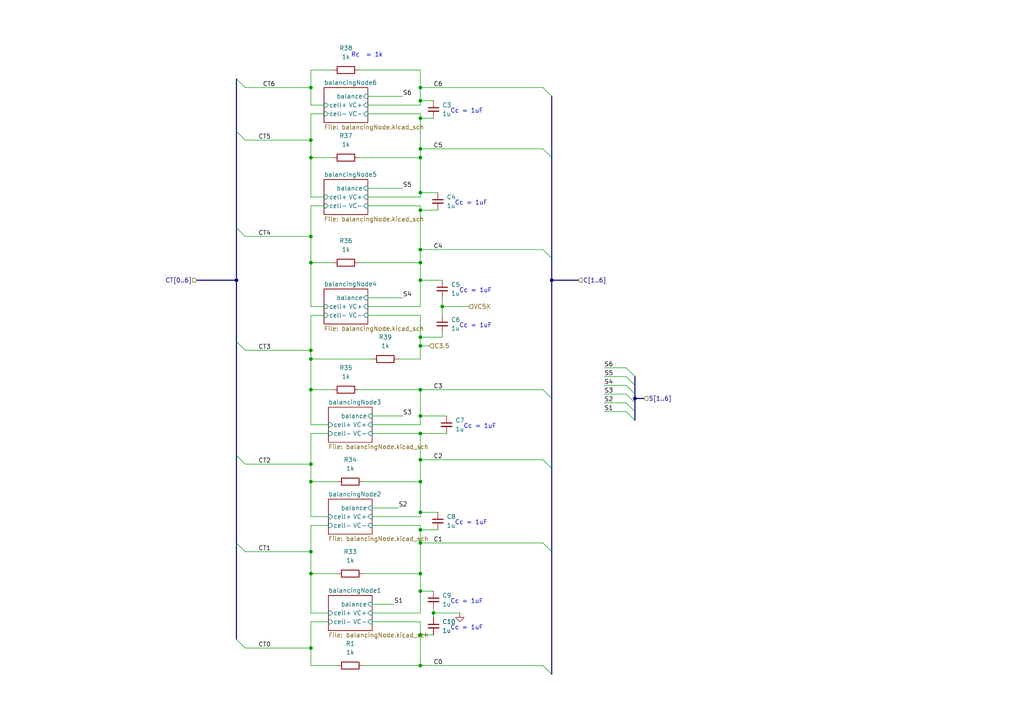
<source format=kicad_sch>
(kicad_sch (version 20231120) (generator "eeschema") (generator_version "8.0")
  (paper "A4")
  (lib_symbols
    (symbol "Device:C_Small" (pin_numbers hide) (pin_names (offset 0.254) hide)
      (property "Reference" "C" (at 0.254 1.778 0))
      (property "Value" "C_Small" (at 0.254 -2.032 0))
      (symbol "C_Small_0_1"
        (polyline (pts (xy -1.524 -0.508) (xy 1.524 -0.508)) (stroke (width 0.3302)))
        (polyline (pts (xy -1.524 0.508) (xy 1.524 0.508)) (stroke (width 0.3048)))
      )
      (symbol "C_Small_1_1"
        (pin passive line (at 0 2.54 270) (length 2.032) (name "~") (number "1"))
        (pin passive line (at 0 -2.54 90) (length 2.032) (name "~") (number "2"))
      )
    )
    (symbol "Device:R" (pin_numbers hide) (pin_names (offset 0))
      (property "Reference" "R" (at 2.032 0 90))
      (property "Value" "R" (at 0 0 90))
      (symbol "R_0_1"
        (rectangle (start -1.016 -2.54) (end 1.016 2.54) (stroke (width 0.254)))
      )
      (symbol "R_1_1"
        (pin passive line (at 0 3.81 270) (length 1.27) (name "~") (number "1"))
        (pin passive line (at 0 -3.81 90) (length 1.27) (name "~") (number "2"))
      )
    )
    (symbol "GND_1" (power) (pin_numbers hide) (pin_names (offset 0) hide)
      (property "Value" "GND" (at 0 -3.81 0))
      (symbol "GND_1_0_1"
        (polyline (pts (xy 0 0) (xy 0 -1.27) (xy 1.27 -1.27) (xy 0 -2.54) (xy -1.27 -1.27) (xy 0 -1.27)))
      )
      (symbol "GND_1_1_1"
        (pin power_in line (at 0 0 270) (length 0) (name "~") (number "1"))
      )
    )
  )
  (junction (at 121.92 97.79))
  (junction (at 90.17 45.72))
  (junction (at 90.17 101.6))
  (junction (at 121.92 153.67))
  (junction (at 121.92 193.04))
  (junction (at 90.17 104.14))
  (junction (at 121.92 81.28))
  (junction (at 90.17 68.58))
  (junction (at 121.92 171.45))
  (junction (at 121.92 125.73))
  (junction (at 125.73 177.8))
  (junction (at 121.92 45.72))
  (junction (at 121.92 157.48))
  (junction (at 68.58 81.28))
  (junction (at 121.92 43.18))
  (junction (at 121.92 133.35))
  (junction (at 121.92 113.03))
  (junction (at 121.92 25.4))
  (junction (at 121.92 34.29))
  (junction (at 121.92 29.21))
  (junction (at 90.17 134.62))
  (junction (at 121.92 55.88))
  (junction (at 90.17 113.03))
  (junction (at 90.17 166.37))
  (junction (at 160.02 81.28))
  (junction (at 90.17 25.4))
  (junction (at 90.17 139.7))
  (junction (at 121.92 76.2))
  (junction (at 128.27 88.9))
  (junction (at 90.17 40.64))
  (junction (at 90.17 160.02))
  (junction (at 121.92 148.59))
  (junction (at 184.15 115.57))
  (junction (at 121.92 139.7))
  (junction (at 90.17 187.96))
  (junction (at 121.92 100.33))
  (junction (at 90.17 76.2))
  (junction (at 121.92 72.39))
  (junction (at 121.92 60.96))
  (junction (at 121.92 184.15))
  (junction (at 121.92 166.37))
  (junction (at 121.92 120.65))
  (bus_entry (at 157.48 25.4) (size 2.54 2.54))
  (bus_entry (at 68.58 132.08) (size 2.54 2.54))
  (bus_entry (at 68.58 99.06) (size 2.54 2.54))
  (bus_entry (at 157.48 133.35) (size 2.54 2.54))
  (bus_entry (at 68.58 157.48) (size 2.54 2.54))
  (bus_entry (at 157.48 72.39) (size 2.54 2.54))
  (bus_entry (at 181.61 119.38) (size 2.54 2.54))
  (bus_entry (at 157.48 43.18) (size 2.54 2.54))
  (bus_entry (at 181.61 106.68) (size 2.54 2.54))
  (bus_entry (at 181.61 109.22) (size 2.54 2.54))
  (bus_entry (at 181.61 111.76) (size 2.54 2.54))
  (bus_entry (at 181.61 116.84) (size 2.54 2.54))
  (bus_entry (at 68.58 38.1) (size 2.54 2.54))
  (bus_entry (at 157.48 113.03) (size 2.54 2.54))
  (bus_entry (at 157.48 193.04) (size 2.54 2.54))
  (bus_entry (at 68.58 22.86) (size 2.54 2.54))
  (bus_entry (at 157.48 157.48) (size 2.54 2.54))
  (bus_entry (at 181.61 114.3) (size 2.54 2.54))
  (bus_entry (at 68.58 185.42) (size 2.54 2.54))
  (bus_entry (at 68.58 66.04) (size 2.54 2.54))
  (wire (pts (xy 121.92 148.59) (xy 121.92 139.7)))
  (bus (pts (xy 160.02 81.28) (xy 160.02 115.57)))
  (bus (pts (xy 68.58 22.86) (xy 68.58 38.1)))
  (wire (pts (xy 121.92 91.44) (xy 121.92 97.79)))
  (wire (pts (xy 121.92 29.21) (xy 121.92 30.48)))
  (wire (pts (xy 175.26 119.38) (xy 181.61 119.38)))
  (wire (pts (xy 128.27 97.79) (xy 128.27 96.52)))
  (wire (pts (xy 90.17 123.19) (xy 95.25 123.19)))
  (wire (pts (xy 90.17 45.72) (xy 90.17 57.15)))
  (wire (pts (xy 107.95 177.8) (xy 121.92 177.8)))
  (wire (pts (xy 121.92 157.48) (xy 157.48 157.48)))
  (wire (pts (xy 127 148.59) (xy 121.92 148.59)))
  (wire (pts (xy 71.12 68.58) (xy 90.17 68.58)))
  (bus (pts (xy 184.15 116.84) (xy 184.15 119.38)))
  (wire (pts (xy 90.17 113.03) (xy 90.17 123.19)))
  (wire (pts (xy 121.92 34.29) (xy 121.92 43.18)))
  (wire (pts (xy 71.12 101.6) (xy 90.17 101.6)))
  (wire (pts (xy 104.14 113.03) (xy 121.92 113.03)))
  (bus (pts (xy 68.58 157.48) (xy 68.58 185.42)))
  (wire (pts (xy 121.92 157.48) (xy 121.92 166.37)))
  (wire (pts (xy 90.17 76.2) (xy 90.17 88.9)))
  (wire (pts (xy 105.41 139.7) (xy 121.92 139.7)))
  (bus (pts (xy 57.15 81.28) (xy 68.58 81.28)))
  (wire (pts (xy 71.12 187.96) (xy 90.17 187.96)))
  (wire (pts (xy 175.26 116.84) (xy 181.61 116.84)))
  (wire (pts (xy 116.84 27.94) (xy 106.68 27.94)))
  (wire (pts (xy 121.92 133.35) (xy 121.92 139.7)))
  (wire (pts (xy 128.27 88.9) (xy 128.27 91.44)))
  (wire (pts (xy 121.92 171.45) (xy 125.73 171.45)))
  (bus (pts (xy 160.02 135.89) (xy 160.02 160.02)))
  (wire (pts (xy 121.92 59.69) (xy 121.92 60.96)))
  (wire (pts (xy 90.17 101.6) (xy 90.17 104.14)))
  (wire (pts (xy 93.98 33.02) (xy 90.17 33.02)))
  (wire (pts (xy 121.92 76.2) (xy 121.92 81.28)))
  (wire (pts (xy 121.92 60.96) (xy 121.92 72.39)))
  (wire (pts (xy 127 153.67) (xy 121.92 153.67)))
  (wire (pts (xy 90.17 166.37) (xy 90.17 177.8)))
  (wire (pts (xy 90.17 160.02) (xy 90.17 166.37)))
  (wire (pts (xy 105.41 193.04) (xy 121.92 193.04)))
  (wire (pts (xy 121.92 72.39) (xy 121.92 76.2)))
  (wire (pts (xy 121.92 193.04) (xy 157.48 193.04)))
  (wire (pts (xy 90.17 45.72) (xy 96.52 45.72)))
  (wire (pts (xy 121.92 133.35) (xy 157.48 133.35)))
  (wire (pts (xy 90.17 59.69) (xy 90.17 68.58)))
  (wire (pts (xy 121.92 177.8) (xy 121.92 171.45)))
  (wire (pts (xy 121.92 125.73) (xy 107.95 125.73)))
  (wire (pts (xy 107.95 123.19) (xy 121.92 123.19)))
  (wire (pts (xy 121.92 72.39) (xy 157.48 72.39)))
  (bus (pts (xy 184.15 119.38) (xy 184.15 121.92)))
  (wire (pts (xy 90.17 33.02) (xy 90.17 40.64)))
  (wire (pts (xy 105.41 166.37) (xy 121.92 166.37)))
  (wire (pts (xy 90.17 149.86) (xy 95.25 149.86)))
  (bus (pts (xy 68.58 99.06) (xy 68.58 132.08)))
  (wire (pts (xy 95.25 125.73) (xy 90.17 125.73)))
  (wire (pts (xy 128.27 86.36) (xy 128.27 88.9)))
  (wire (pts (xy 121.92 180.34) (xy 107.95 180.34)))
  (wire (pts (xy 90.17 193.04) (xy 97.79 193.04)))
  (wire (pts (xy 90.17 20.32) (xy 90.17 25.4)))
  (wire (pts (xy 125.73 184.15) (xy 121.92 184.15)))
  (wire (pts (xy 121.92 43.18) (xy 121.92 45.72)))
  (wire (pts (xy 121.92 81.28) (xy 121.92 88.9)))
  (bus (pts (xy 160.02 27.94) (xy 160.02 45.72)))
  (wire (pts (xy 127 60.96) (xy 121.92 60.96)))
  (wire (pts (xy 106.68 57.15) (xy 121.92 57.15)))
  (wire (pts (xy 116.84 120.65) (xy 107.95 120.65)))
  (wire (pts (xy 121.92 100.33) (xy 121.92 104.14)))
  (wire (pts (xy 90.17 88.9) (xy 93.98 88.9)))
  (wire (pts (xy 121.92 123.19) (xy 121.92 120.65)))
  (wire (pts (xy 135.89 88.9) (xy 128.27 88.9)))
  (wire (pts (xy 121.92 152.4) (xy 107.95 152.4)))
  (wire (pts (xy 97.79 166.37) (xy 90.17 166.37)))
  (wire (pts (xy 97.79 139.7) (xy 90.17 139.7)))
  (wire (pts (xy 125.73 177.8) (xy 125.73 179.07)))
  (wire (pts (xy 128.27 81.28) (xy 121.92 81.28)))
  (wire (pts (xy 90.17 104.14) (xy 107.95 104.14)))
  (wire (pts (xy 121.92 149.86) (xy 121.92 148.59)))
  (wire (pts (xy 71.12 160.02) (xy 90.17 160.02)))
  (wire (pts (xy 121.92 184.15) (xy 121.92 193.04)))
  (wire (pts (xy 121.92 33.02) (xy 106.68 33.02)))
  (wire (pts (xy 116.84 54.61) (xy 106.68 54.61)))
  (bus (pts (xy 160.02 115.57) (xy 160.02 135.89)))
  (wire (pts (xy 121.92 33.02) (xy 121.92 34.29)))
  (wire (pts (xy 121.92 20.32) (xy 104.14 20.32)))
  (wire (pts (xy 121.92 180.34) (xy 121.92 184.15)))
  (wire (pts (xy 121.92 45.72) (xy 121.92 55.88)))
  (wire (pts (xy 95.25 180.34) (xy 90.17 180.34)))
  (wire (pts (xy 116.84 86.36) (xy 106.68 86.36)))
  (bus (pts (xy 184.15 111.76) (xy 184.15 114.3)))
  (wire (pts (xy 121.92 25.4) (xy 121.92 20.32)))
  (wire (pts (xy 90.17 57.15) (xy 93.98 57.15)))
  (wire (pts (xy 121.92 25.4) (xy 157.48 25.4)))
  (wire (pts (xy 107.95 149.86) (xy 121.92 149.86)))
  (wire (pts (xy 121.92 43.18) (xy 157.48 43.18)))
  (wire (pts (xy 129.54 120.65) (xy 121.92 120.65)))
  (wire (pts (xy 104.14 76.2) (xy 121.92 76.2)))
  (wire (pts (xy 93.98 91.44) (xy 90.17 91.44)))
  (wire (pts (xy 90.17 76.2) (xy 96.52 76.2)))
  (wire (pts (xy 71.12 40.64) (xy 90.17 40.64)))
  (wire (pts (xy 175.26 114.3) (xy 181.61 114.3)))
  (wire (pts (xy 90.17 91.44) (xy 90.17 101.6)))
  (bus (pts (xy 184.15 109.22) (xy 184.15 111.76)))
  (wire (pts (xy 96.52 20.32) (xy 90.17 20.32)))
  (bus (pts (xy 68.58 38.1) (xy 68.58 66.04)))
  (wire (pts (xy 127 55.88) (xy 121.92 55.88)))
  (wire (pts (xy 71.12 25.4) (xy 90.17 25.4)))
  (wire (pts (xy 175.26 109.22) (xy 181.61 109.22)))
  (wire (pts (xy 121.92 113.03) (xy 157.48 113.03)))
  (bus (pts (xy 68.58 132.08) (xy 68.58 157.48)))
  (wire (pts (xy 106.68 30.48) (xy 121.92 30.48)))
  (wire (pts (xy 90.17 68.58) (xy 90.17 76.2)))
  (wire (pts (xy 90.17 125.73) (xy 90.17 134.62)))
  (bus (pts (xy 68.58 81.28) (xy 68.58 99.06)))
  (wire (pts (xy 175.26 111.76) (xy 181.61 111.76)))
  (wire (pts (xy 121.92 125.73) (xy 121.92 133.35)))
  (wire (pts (xy 90.17 187.96) (xy 90.17 193.04)))
  (wire (pts (xy 129.54 125.73) (xy 121.92 125.73)))
  (wire (pts (xy 175.26 106.68) (xy 181.61 106.68)))
  (wire (pts (xy 121.92 120.65) (xy 121.92 113.03)))
  (wire (pts (xy 90.17 134.62) (xy 90.17 139.7)))
  (wire (pts (xy 114.3 175.26) (xy 107.95 175.26)))
  (wire (pts (xy 121.92 29.21) (xy 125.73 29.21)))
  (wire (pts (xy 71.12 134.62) (xy 90.17 134.62)))
  (wire (pts (xy 121.92 153.67) (xy 121.92 157.48)))
  (wire (pts (xy 133.35 177.8) (xy 125.73 177.8)))
  (wire (pts (xy 93.98 59.69) (xy 90.17 59.69)))
  (wire (pts (xy 121.92 104.14) (xy 115.57 104.14)))
  (wire (pts (xy 106.68 88.9) (xy 121.92 88.9)))
  (bus (pts (xy 184.15 115.57) (xy 184.15 116.84)))
  (wire (pts (xy 90.17 30.48) (xy 93.98 30.48)))
  (wire (pts (xy 90.17 180.34) (xy 90.17 187.96)))
  (wire (pts (xy 121.92 171.45) (xy 121.92 166.37)))
  (wire (pts (xy 90.17 113.03) (xy 96.52 113.03)))
  (wire (pts (xy 95.25 152.4) (xy 90.17 152.4)))
  (bus (pts (xy 186.69 115.57) (xy 184.15 115.57)))
  (wire (pts (xy 90.17 139.7) (xy 90.17 149.86)))
  (wire (pts (xy 121.92 25.4) (xy 121.92 29.21)))
  (wire (pts (xy 90.17 177.8) (xy 95.25 177.8)))
  (wire (pts (xy 124.46 100.33) (xy 121.92 100.33)))
  (wire (pts (xy 104.14 45.72) (xy 121.92 45.72)))
  (wire (pts (xy 90.17 40.64) (xy 90.17 45.72)))
  (wire (pts (xy 121.92 97.79) (xy 121.92 100.33)))
  (bus (pts (xy 160.02 81.28) (xy 160.02 74.93)))
  (bus (pts (xy 160.02 160.02) (xy 160.02 195.58)))
  (wire (pts (xy 121.92 34.29) (xy 125.73 34.29)))
  (wire (pts (xy 90.17 104.14) (xy 90.17 113.03)))
  (bus (pts (xy 184.15 114.3) (xy 184.15 115.57)))
  (bus (pts (xy 167.64 81.28) (xy 160.02 81.28)))
  (wire (pts (xy 125.73 176.53) (xy 125.73 177.8)))
  (bus (pts (xy 160.02 45.72) (xy 160.02 74.93)))
  (wire (pts (xy 121.92 55.88) (xy 121.92 57.15)))
  (wire (pts (xy 90.17 25.4) (xy 90.17 30.48)))
  (bus (pts (xy 68.58 66.04) (xy 68.58 81.28)))
  (wire (pts (xy 121.92 91.44) (xy 106.68 91.44)))
  (wire (pts (xy 90.17 152.4) (xy 90.17 160.02)))
  (wire (pts (xy 115.57 147.32) (xy 107.95 147.32)))
  (wire (pts (xy 128.27 97.79) (xy 121.92 97.79)))
  (wire (pts (xy 121.92 153.67) (xy 121.92 152.4)))
  (wire (pts (xy 121.92 59.69) (xy 106.68 59.69)))
  (text "Rc  = 1k" (at 106.426 16.002 0) (effects (font (size 1.27 1.27))))
  (text "Cc = 1uF" (at 135.382 182.118 0) (effects (font (size 1.27 1.27))))
  (text "Cc = 1uF" (at 139.192 123.698 0) (effects (font (size 1.27 1.27))))
  (text "Cc = 1uF" (at 137.922 94.488 0) (effects (font (size 1.27 1.27))))
  (text "Cc = 1uF" (at 136.652 58.928 0) (effects (font (size 1.27 1.27))))
  (text "Cc = 1uF" (at 137.922 84.328 0) (effects (font (size 1.27 1.27))))
  (text "Cc = 1uF" (at 135.382 32.258 0) (effects (font (size 1.27 1.27))))
  (text "Cc = 1uF" (at 135.382 174.498 0) (effects (font (size 1.27 1.27))))
  (text "Cc = 1uF" (at 136.652 151.638 0) (effects (font (size 1.27 1.27))))
  (label "S2" (at 175.26 116.84 0))
  (label "CT5" (at 74.93 40.64 0))
  (label "S4" (at 175.26 111.76 0))
  (label "C4" (at 125.73 72.39 0))
  (label "CT3" (at 74.93 101.6 0))
  (label "CT2" (at 74.93 134.62 0))
  (label "S5" (at 116.84 54.61 0))
  (label "CT4" (at 74.93 68.58 0))
  (label "S3" (at 116.84 120.65 0))
  (label "C1" (at 125.73 157.48 0))
  (label "CT6" (at 76.2 25.4 0))
  (label "S5" (at 175.26 109.22 0))
  (label "C0" (at 125.73 193.04 0))
  (label "S3" (at 175.26 114.3 0))
  (label "S4" (at 116.84 86.36 0))
  (label "S1" (at 114.3 175.26 0))
  (label "C2" (at 125.73 133.35 0))
  (label "S2" (at 115.57 147.32 0))
  (label "C6" (at 125.73 25.4 0))
  (label "C5" (at 125.73 43.18 0))
  (label "S6" (at 116.84 27.94 0))
  (label "S1" (at 175.26 119.38 0))
  (label "S6" (at 175.26 106.68 0))
  (label "CT0" (at 74.93 187.96 0))
  (label "CT1" (at 74.93 160.02 0))
  (label "C3" (at 125.73 113.03 0))
  (hierarchical_label "VC5X" (shape input) (at 135.89 88.9 0))
  (hierarchical_label "C[1..6]" (shape input) (at 167.64 81.28 0))
  (hierarchical_label "S[1..6]" (shape input) (at 186.69 115.57 0))
  (hierarchical_label "C3.5" (shape input) (at 124.46 100.33 0))
  (hierarchical_label "CT[0..6]" (shape input) (at 57.15 81.28 180))
  (symbol (lib_id "Device:R") (at 111.76 104.14 90) (unit 1)
    (property "Reference" "R39" (at 111.76 97.79 90))
    (property "Value" "1k" (at 111.76 100.33 90))
    (property "Footprint" "Resistor_SMD:R_0603_1608Metric" (effects (hide yes)))
  )
  (symbol (lib_id "Device:C_Small") (at 128.27 83.82 0) (unit 1)
    (property "Reference" "C5" (at 130.81 82.55 0) (effects (justify left)))
    (property "Value" "1u" (at 130.81 85.09 0) (effects (justify left)))
    (property "Footprint" "Capacitor_SMD:C_0603_1608Metric" (effects (hide yes)))
    (property "Description" "Unpolarized capacitor, small symbol" (effects (hide yes)))
  )
  (symbol (lib_id "Device:R") (at 101.6 193.04 90) (unit 1)
    (property "Reference" "R1" (at 101.6 186.69 90))
    (property "Value" "1k" (at 101.6 189.23 90))
    (property "Footprint" "Resistor_SMD:R_0603_1608Metric" (effects (hide yes)))
  )
  (symbol (lib_name "GND_1") (lib_id "power:GND") (at 133.35 177.8 0) (mirror y) (unit 1)
    (property "Reference" "#PWR04" (effects (hide yes)))
    (property "Value" "GND" (effects (hide yes)))
    (property "Description" "Power symbol creates a global label with name \"GND\" , ground" (effects (hide yes)))
  )
  (symbol (lib_id "Device:C_Small") (at 125.73 181.61 0) (unit 1)
    (property "Reference" "C10" (at 128.27 180.34 0) (effects (justify left)))
    (property "Value" "1u" (at 128.27 182.88 0) (effects (justify left)))
    (property "Footprint" "Capacitor_SMD:C_0603_1608Metric" (effects (hide yes)))
    (property "Description" "Unpolarized capacitor, small symbol" (effects (hide yes)))
  )
  (symbol (lib_id "Device:R") (at 101.6 139.7 90) (unit 1)
    (property "Reference" "R34" (at 101.6 133.35 90))
    (property "Value" "1k" (at 101.6 135.89 90))
    (property "Footprint" "Resistor_SMD:R_0603_1608Metric" (effects (hide yes)))
  )
  (symbol (lib_id "Device:R") (at 101.6 166.37 90) (unit 1)
    (property "Reference" "R33" (at 101.6 160.02 90))
    (property "Value" "1k" (at 101.6 162.56 90))
    (property "Footprint" "Resistor_SMD:R_0603_1608Metric" (effects (hide yes)))
  )
  (symbol (lib_id "Device:C_Small") (at 127 58.42 0) (unit 1)
    (property "Reference" "C4" (at 129.54 57.15 0) (effects (justify left)))
    (property "Value" "1u" (at 129.54 59.69 0) (effects (justify left)))
    (property "Footprint" "Capacitor_SMD:C_0603_1608Metric" (effects (hide yes)))
    (property "Description" "Unpolarized capacitor, small symbol" (effects (hide yes)))
  )
  (symbol (lib_id "Device:C_Small") (at 127 151.13 0) (unit 1)
    (property "Reference" "C8" (at 129.54 149.86 0) (effects (justify left)))
    (property "Value" "1u" (at 129.54 152.4 0) (effects (justify left)))
    (property "Footprint" "Capacitor_SMD:C_0603_1608Metric" (effects (hide yes)))
    (property "Description" "Unpolarized capacitor, small symbol" (effects (hide yes)))
  )
  (symbol (lib_id "Device:C_Small") (at 128.27 93.98 0) (unit 1)
    (property "Reference" "C6" (at 130.81 92.71 0) (effects (justify left)))
    (property "Value" "1u" (at 130.81 95.25 0) (effects (justify left)))
    (property "Footprint" "Capacitor_SMD:C_0603_1608Metric" (effects (hide yes)))
    (property "Description" "Unpolarized capacitor, small symbol" (effects (hide yes)))
  )
  (symbol (lib_id "Device:C_Small") (at 125.73 31.75 0) (unit 1)
    (property "Reference" "C3" (at 128.27 30.48 0) (effects (justify left)))
    (property "Value" "1u" (at 128.27 33.02 0) (effects (justify left)))
    (property "Footprint" "Capacitor_SMD:C_0603_1608Metric" (effects (hide yes)))
    (property "Description" "Unpolarized capacitor, small symbol" (effects (hide yes)))
  )
  (symbol (lib_id "Device:R") (at 100.33 76.2 90) (unit 1)
    (property "Reference" "R36" (at 100.33 69.85 90))
    (property "Value" "1k" (at 100.33 72.39 90))
    (property "Footprint" "Resistor_SMD:R_0603_1608Metric" (effects (hide yes)))
  )
  (symbol (lib_id "Device:C_Small") (at 125.73 173.99 0) (unit 1)
    (property "Reference" "C9" (at 128.27 172.72 0) (effects (justify left)))
    (property "Value" "1u" (at 128.27 175.26 0) (effects (justify left)))
    (property "Footprint" "Capacitor_SMD:C_0603_1608Metric" (effects (hide yes)))
    (property "Description" "Unpolarized capacitor, small symbol" (effects (hide yes)))
  )
  (symbol (lib_id "Device:R") (at 100.33 45.72 90) (unit 1)
    (property "Reference" "R37" (at 100.33 39.37 90))
    (property "Value" "1k" (at 100.33 41.91 90))
    (property "Footprint" "Resistor_SMD:R_0603_1608Metric" (effects (hide yes)))
  )
  (symbol (lib_id "Device:C_Small") (at 129.54 123.19 0) (unit 1)
    (property "Reference" "C7" (at 132.08 121.92 0) (effects (justify left)))
    (property "Value" "1u" (at 132.08 124.46 0) (effects (justify left)))
    (property "Footprint" "Capacitor_SMD:C_0603_1608Metric" (effects (hide yes)))
    (property "Description" "Unpolarized capacitor, small symbol" (effects (hide yes)))
  )
  (symbol (lib_id "Device:R") (at 100.33 113.03 90) (unit 1)
    (property "Reference" "R35" (at 100.33 106.68 90))
    (property "Value" "1k" (at 100.33 109.22 90))
    (property "Footprint" "Resistor_SMD:R_0603_1608Metric" (effects (hide yes)))
  )
  (symbol (lib_id "Device:R") (at 100.33 20.32 90) (unit 1)
    (property "Reference" "R38" (at 100.33 13.97 90))
    (property "Value" "1k" (at 100.33 16.51 90))
    (property "Footprint" "Resistor_SMD:R_0603_1608Metric" (effects (hide yes)))
  )
  (sheet (at 95.25 118.11) (size 12.7 10.16) (stroke (width 0.1524))
    (property "Sheetname" "balancingNode3" (at 95.25 117.3984 0) (effects (justify left bottom)))
    (property "Sheetfile" "balancingNode.kicad_sch" (at 95.25 128.8546 0) (effects (justify left top)))
    (pin "cell-" input (at 95.25 125.73 180))
    (pin "cell+" input (at 95.25 123.19 180))
    (pin "VC-" input (at 107.95 125.73 0))
    (pin "VC+" input (at 107.95 123.19 0))
    (pin "balance" input (at 107.95 120.65 0))
  )
  (sheet (at 93.98 52.07) (size 12.7 10.16) (stroke (width 0.1524))
    (property "Sheetname" "balancingNode5" (at 93.98 51.3584 0) (effects (justify left bottom)))
    (property "Sheetfile" "balancingNode.kicad_sch" (at 93.98 62.8146 0) (effects (justify left top)))
    (pin "cell-" input (at 93.98 59.69 180))
    (pin "cell+" input (at 93.98 57.15 180))
    (pin "VC-" input (at 106.68 59.69 0))
    (pin "VC+" input (at 106.68 57.15 0))
    (pin "balance" input (at 106.68 54.61 0))
  )
  (sheet (at 95.25 172.72) (size 12.7 10.16) (stroke (width 0.1524))
    (property "Sheetname" "balancingNode1" (at 95.25 172.0084 0) (effects (justify left bottom)))
    (property "Sheetfile" "balancingNode.kicad_sch" (at 95.25 183.4646 0) (effects (justify left top)))
    (pin "cell-" input (at 95.25 180.34 180))
    (pin "cell+" input (at 95.25 177.8 180))
    (pin "VC-" input (at 107.95 180.34 0))
    (pin "VC+" input (at 107.95 177.8 0))
    (pin "balance" input (at 107.95 175.26 0))
  )
  (sheet (at 95.25 144.78) (size 12.7 10.16) (stroke (width 0.1524))
    (property "Sheetname" "balancingNode2" (at 95.25 144.0684 0) (effects (justify left bottom)))
    (property "Sheetfile" "balancingNode.kicad_sch" (at 95.25 155.5246 0) (effects (justify left top)))
    (pin "cell-" input (at 95.25 152.4 180))
    (pin "cell+" input (at 95.25 149.86 180))
    (pin "VC-" input (at 107.95 152.4 0))
    (pin "VC+" input (at 107.95 149.86 0))
    (pin "balance" input (at 107.95 147.32 0))
  )
  (sheet (at 93.98 83.82) (size 12.7 10.16) (stroke (width 0.1524))
    (property "Sheetname" "balancingNode4" (at 93.98 83.1084 0) (effects (justify left bottom)))
    (property "Sheetfile" "balancingNode.kicad_sch" (at 93.98 94.5646 0) (effects (justify left top)))
    (pin "cell-" input (at 93.98 91.44 180))
    (pin "cell+" input (at 93.98 88.9 180))
    (pin "VC-" input (at 106.68 91.44 0))
    (pin "VC+" input (at 106.68 88.9 0))
    (pin "balance" input (at 106.68 86.36 0))
  )
  (sheet (at 93.98 25.4) (size 12.7 10.16) (stroke (width 0.1524))
    (property "Sheetname" "balancingNode6" (at 93.98 24.6884 0) (effects (justify left bottom)))
    (property "Sheetfile" "balancingNode.kicad_sch" (at 93.98 36.1446 0) (effects (justify left top)))
    (pin "cell-" input (at 93.98 33.02 180))
    (pin "cell+" input (at 93.98 30.48 180))
    (pin "VC-" input (at 106.68 33.02 0))
    (pin "VC+" input (at 106.68 30.48 0))
    (pin "balance" input (at 106.68 27.94 0))
  )
)
</source>
